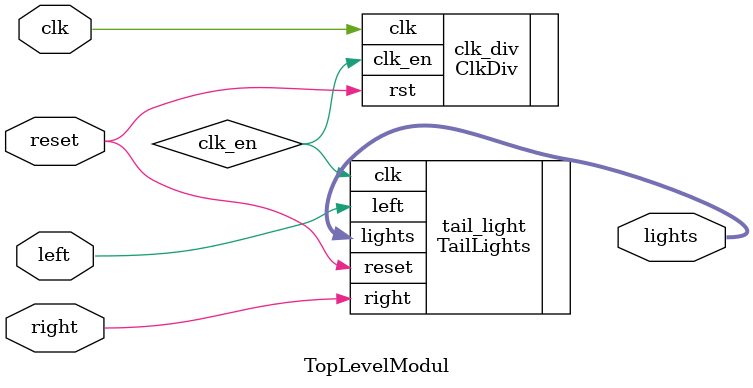
<source format=v>

module TopLevelModul(input clk, reset, left, right, output [5:0] lights);
wire clk_en;

ClkDiv #(.EXP(25)) clk_div (
    .clk(clk),
    .rst(reset),
    .clk_en(clk_en)
);

TailLights tail_light(
    .clk(clk_en),
    .reset(reset),
    .left(left),
    .right(right),
    .lights(lights)
);

endmodule

</source>
